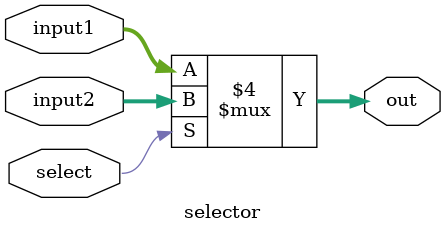
<source format=v>
module selector(input1, input2, select, out);
    parameter N = 8;
    input [N-1:0] input1;
    input [N-1:0] input2;
    input select;
    output reg [N-1:0] out;
    always @(*) begin
       if (select == 0) begin
           out = input1;
       end else begin
           out = input2;
       end 
    end

endmodule // selector
</source>
